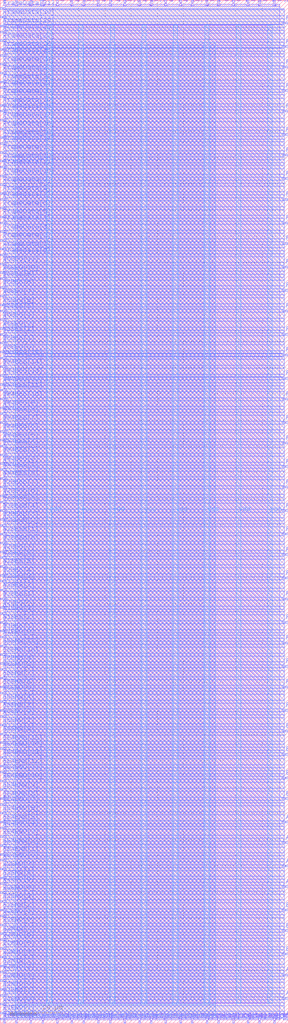
<source format=lef>
VERSION 5.7 ;
  NOWIREEXTENSIONATPIN ON ;
  DIVIDERCHAR "/" ;
  BUSBITCHARS "[]" ;
MACRO E_IO
  CLASS BLOCK ;
  FOREIGN E_IO ;
  ORIGIN 0.000 0.000 ;
  SIZE 110.000 BY 390.000 ;
  PIN A_I_top
    DIRECTION OUTPUT TRISTATE ;
    USE SIGNAL ;
    PORT
      LAYER Metal3 ;
        RECT 108.000 1.400 110.000 1.960 ;
    END
  END A_I_top
  PIN A_O_top
    DIRECTION INPUT ;
    USE SIGNAL ;
    PORT
      LAYER Metal3 ;
        RECT 108.000 18.200 110.000 18.760 ;
    END
  END A_O_top
  PIN A_T_top
    DIRECTION OUTPUT TRISTATE ;
    USE SIGNAL ;
    PORT
      LAYER Metal3 ;
        RECT 108.000 9.240 110.000 9.800 ;
    END
  END A_T_top
  PIN A_config_C_bit0
    DIRECTION OUTPUT TRISTATE ;
    USE SIGNAL ;
    PORT
      LAYER Metal3 ;
        RECT 108.000 51.800 110.000 52.360 ;
    END
  END A_config_C_bit0
  PIN A_config_C_bit1
    DIRECTION OUTPUT TRISTATE ;
    USE SIGNAL ;
    PORT
      LAYER Metal3 ;
        RECT 108.000 59.640 110.000 60.200 ;
    END
  END A_config_C_bit1
  PIN A_config_C_bit2
    DIRECTION OUTPUT TRISTATE ;
    USE SIGNAL ;
    PORT
      LAYER Metal3 ;
        RECT 108.000 68.600 110.000 69.160 ;
    END
  END A_config_C_bit2
  PIN A_config_C_bit3
    DIRECTION OUTPUT TRISTATE ;
    USE SIGNAL ;
    PORT
      LAYER Metal3 ;
        RECT 108.000 76.440 110.000 77.000 ;
    END
  END A_config_C_bit3
  PIN B_I_top
    DIRECTION OUTPUT TRISTATE ;
    USE SIGNAL ;
    PORT
      LAYER Metal3 ;
        RECT 108.000 26.040 110.000 26.600 ;
    END
  END B_I_top
  PIN B_O_top
    DIRECTION INPUT ;
    USE SIGNAL ;
    PORT
      LAYER Metal3 ;
        RECT 108.000 42.840 110.000 43.400 ;
    END
  END B_O_top
  PIN B_T_top
    DIRECTION OUTPUT TRISTATE ;
    USE SIGNAL ;
    PORT
      LAYER Metal3 ;
        RECT 108.000 35.000 110.000 35.560 ;
    END
  END B_T_top
  PIN B_config_C_bit0
    DIRECTION OUTPUT TRISTATE ;
    USE SIGNAL ;
    PORT
      LAYER Metal3 ;
        RECT 108.000 85.400 110.000 85.960 ;
    END
  END B_config_C_bit0
  PIN B_config_C_bit1
    DIRECTION OUTPUT TRISTATE ;
    USE SIGNAL ;
    PORT
      LAYER Metal3 ;
        RECT 108.000 93.240 110.000 93.800 ;
    END
  END B_config_C_bit1
  PIN B_config_C_bit2
    DIRECTION OUTPUT TRISTATE ;
    USE SIGNAL ;
    PORT
      LAYER Metal3 ;
        RECT 108.000 102.200 110.000 102.760 ;
    END
  END B_config_C_bit2
  PIN B_config_C_bit3
    DIRECTION OUTPUT TRISTATE ;
    USE SIGNAL ;
    PORT
      LAYER Metal3 ;
        RECT 108.000 111.160 110.000 111.720 ;
    END
  END B_config_C_bit3
  PIN E1END[0]
    DIRECTION INPUT ;
    USE SIGNAL ;
    PORT
      LAYER Metal3 ;
        RECT 0.000 1.400 2.000 1.960 ;
    END
  END E1END[0]
  PIN E1END[1]
    DIRECTION INPUT ;
    USE SIGNAL ;
    PORT
      LAYER Metal3 ;
        RECT 0.000 3.640 2.000 4.200 ;
    END
  END E1END[1]
  PIN E1END[2]
    DIRECTION INPUT ;
    USE SIGNAL ;
    PORT
      LAYER Metal3 ;
        RECT 0.000 7.000 2.000 7.560 ;
    END
  END E1END[2]
  PIN E1END[3]
    DIRECTION INPUT ;
    USE SIGNAL ;
    PORT
      LAYER Metal3 ;
        RECT 0.000 10.360 2.000 10.920 ;
    END
  END E1END[3]
  PIN E2END[0]
    DIRECTION INPUT ;
    USE SIGNAL ;
    PORT
      LAYER Metal3 ;
        RECT 0.000 37.240 2.000 37.800 ;
    END
  END E2END[0]
  PIN E2END[1]
    DIRECTION INPUT ;
    USE SIGNAL ;
    PORT
      LAYER Metal3 ;
        RECT 0.000 40.600 2.000 41.160 ;
    END
  END E2END[1]
  PIN E2END[2]
    DIRECTION INPUT ;
    USE SIGNAL ;
    PORT
      LAYER Metal3 ;
        RECT 0.000 42.840 2.000 43.400 ;
    END
  END E2END[2]
  PIN E2END[3]
    DIRECTION INPUT ;
    USE SIGNAL ;
    PORT
      LAYER Metal3 ;
        RECT 0.000 46.200 2.000 46.760 ;
    END
  END E2END[3]
  PIN E2END[4]
    DIRECTION INPUT ;
    USE SIGNAL ;
    PORT
      LAYER Metal3 ;
        RECT 0.000 49.560 2.000 50.120 ;
    END
  END E2END[4]
  PIN E2END[5]
    DIRECTION INPUT ;
    USE SIGNAL ;
    PORT
      LAYER Metal3 ;
        RECT 0.000 52.920 2.000 53.480 ;
    END
  END E2END[5]
  PIN E2END[6]
    DIRECTION INPUT ;
    USE SIGNAL ;
    PORT
      LAYER Metal3 ;
        RECT 0.000 55.160 2.000 55.720 ;
    END
  END E2END[6]
  PIN E2END[7]
    DIRECTION INPUT ;
    USE SIGNAL ;
    PORT
      LAYER Metal3 ;
        RECT 0.000 58.520 2.000 59.080 ;
    END
  END E2END[7]
  PIN E2MID[0]
    DIRECTION INPUT ;
    USE SIGNAL ;
    PORT
      LAYER Metal3 ;
        RECT 0.000 12.600 2.000 13.160 ;
    END
  END E2MID[0]
  PIN E2MID[1]
    DIRECTION INPUT ;
    USE SIGNAL ;
    PORT
      LAYER Metal3 ;
        RECT 0.000 15.960 2.000 16.520 ;
    END
  END E2MID[1]
  PIN E2MID[2]
    DIRECTION INPUT ;
    USE SIGNAL ;
    PORT
      LAYER Metal3 ;
        RECT 0.000 19.320 2.000 19.880 ;
    END
  END E2MID[2]
  PIN E2MID[3]
    DIRECTION INPUT ;
    USE SIGNAL ;
    PORT
      LAYER Metal3 ;
        RECT 0.000 21.560 2.000 22.120 ;
    END
  END E2MID[3]
  PIN E2MID[4]
    DIRECTION INPUT ;
    USE SIGNAL ;
    PORT
      LAYER Metal3 ;
        RECT 0.000 24.920 2.000 25.480 ;
    END
  END E2MID[4]
  PIN E2MID[5]
    DIRECTION INPUT ;
    USE SIGNAL ;
    PORT
      LAYER Metal3 ;
        RECT 0.000 28.280 2.000 28.840 ;
    END
  END E2MID[5]
  PIN E2MID[6]
    DIRECTION INPUT ;
    USE SIGNAL ;
    PORT
      LAYER Metal3 ;
        RECT 0.000 31.640 2.000 32.200 ;
    END
  END E2MID[6]
  PIN E2MID[7]
    DIRECTION INPUT ;
    USE SIGNAL ;
    PORT
      LAYER Metal3 ;
        RECT 0.000 33.880 2.000 34.440 ;
    END
  END E2MID[7]
  PIN E6END[0]
    DIRECTION INPUT ;
    USE SIGNAL ;
    PORT
      LAYER Metal3 ;
        RECT 0.000 110.040 2.000 110.600 ;
    END
  END E6END[0]
  PIN E6END[10]
    DIRECTION INPUT ;
    USE SIGNAL ;
    PORT
      LAYER Metal3 ;
        RECT 0.000 140.280 2.000 140.840 ;
    END
  END E6END[10]
  PIN E6END[11]
    DIRECTION INPUT ;
    USE SIGNAL ;
    PORT
      LAYER Metal3 ;
        RECT 0.000 143.640 2.000 144.200 ;
    END
  END E6END[11]
  PIN E6END[1]
    DIRECTION INPUT ;
    USE SIGNAL ;
    PORT
      LAYER Metal3 ;
        RECT 0.000 113.400 2.000 113.960 ;
    END
  END E6END[1]
  PIN E6END[2]
    DIRECTION INPUT ;
    USE SIGNAL ;
    PORT
      LAYER Metal3 ;
        RECT 0.000 116.760 2.000 117.320 ;
    END
  END E6END[2]
  PIN E6END[3]
    DIRECTION INPUT ;
    USE SIGNAL ;
    PORT
      LAYER Metal3 ;
        RECT 0.000 119.000 2.000 119.560 ;
    END
  END E6END[3]
  PIN E6END[4]
    DIRECTION INPUT ;
    USE SIGNAL ;
    PORT
      LAYER Metal3 ;
        RECT 0.000 122.360 2.000 122.920 ;
    END
  END E6END[4]
  PIN E6END[5]
    DIRECTION INPUT ;
    USE SIGNAL ;
    PORT
      LAYER Metal3 ;
        RECT 0.000 125.720 2.000 126.280 ;
    END
  END E6END[5]
  PIN E6END[6]
    DIRECTION INPUT ;
    USE SIGNAL ;
    PORT
      LAYER Metal3 ;
        RECT 0.000 127.960 2.000 128.520 ;
    END
  END E6END[6]
  PIN E6END[7]
    DIRECTION INPUT ;
    USE SIGNAL ;
    PORT
      LAYER Metal3 ;
        RECT 0.000 131.320 2.000 131.880 ;
    END
  END E6END[7]
  PIN E6END[8]
    DIRECTION INPUT ;
    USE SIGNAL ;
    PORT
      LAYER Metal3 ;
        RECT 0.000 134.680 2.000 135.240 ;
    END
  END E6END[8]
  PIN E6END[9]
    DIRECTION INPUT ;
    USE SIGNAL ;
    PORT
      LAYER Metal3 ;
        RECT 0.000 136.920 2.000 137.480 ;
    END
  END E6END[9]
  PIN EE4END[0]
    DIRECTION INPUT ;
    USE SIGNAL ;
    PORT
      LAYER Metal3 ;
        RECT 0.000 61.880 2.000 62.440 ;
    END
  END EE4END[0]
  PIN EE4END[10]
    DIRECTION INPUT ;
    USE SIGNAL ;
    PORT
      LAYER Metal3 ;
        RECT 0.000 92.120 2.000 92.680 ;
    END
  END EE4END[10]
  PIN EE4END[11]
    DIRECTION INPUT ;
    USE SIGNAL ;
    PORT
      LAYER Metal3 ;
        RECT 0.000 95.480 2.000 96.040 ;
    END
  END EE4END[11]
  PIN EE4END[12]
    DIRECTION INPUT ;
    USE SIGNAL ;
    PORT
      LAYER Metal3 ;
        RECT 0.000 97.720 2.000 98.280 ;
    END
  END EE4END[12]
  PIN EE4END[13]
    DIRECTION INPUT ;
    USE SIGNAL ;
    PORT
      LAYER Metal3 ;
        RECT 0.000 101.080 2.000 101.640 ;
    END
  END EE4END[13]
  PIN EE4END[14]
    DIRECTION INPUT ;
    USE SIGNAL ;
    PORT
      LAYER Metal3 ;
        RECT 0.000 104.440 2.000 105.000 ;
    END
  END EE4END[14]
  PIN EE4END[15]
    DIRECTION INPUT ;
    USE SIGNAL ;
    PORT
      LAYER Metal3 ;
        RECT 0.000 106.680 2.000 107.240 ;
    END
  END EE4END[15]
  PIN EE4END[1]
    DIRECTION INPUT ;
    USE SIGNAL ;
    PORT
      LAYER Metal3 ;
        RECT 0.000 64.120 2.000 64.680 ;
    END
  END EE4END[1]
  PIN EE4END[2]
    DIRECTION INPUT ;
    USE SIGNAL ;
    PORT
      LAYER Metal3 ;
        RECT 0.000 67.480 2.000 68.040 ;
    END
  END EE4END[2]
  PIN EE4END[3]
    DIRECTION INPUT ;
    USE SIGNAL ;
    PORT
      LAYER Metal3 ;
        RECT 0.000 70.840 2.000 71.400 ;
    END
  END EE4END[3]
  PIN EE4END[4]
    DIRECTION INPUT ;
    USE SIGNAL ;
    PORT
      LAYER Metal3 ;
        RECT 0.000 74.200 2.000 74.760 ;
    END
  END EE4END[4]
  PIN EE4END[5]
    DIRECTION INPUT ;
    USE SIGNAL ;
    PORT
      LAYER Metal3 ;
        RECT 0.000 76.440 2.000 77.000 ;
    END
  END EE4END[5]
  PIN EE4END[6]
    DIRECTION INPUT ;
    USE SIGNAL ;
    PORT
      LAYER Metal3 ;
        RECT 0.000 79.800 2.000 80.360 ;
    END
  END EE4END[6]
  PIN EE4END[7]
    DIRECTION INPUT ;
    USE SIGNAL ;
    PORT
      LAYER Metal3 ;
        RECT 0.000 83.160 2.000 83.720 ;
    END
  END EE4END[7]
  PIN EE4END[8]
    DIRECTION INPUT ;
    USE SIGNAL ;
    PORT
      LAYER Metal3 ;
        RECT 0.000 85.400 2.000 85.960 ;
    END
  END EE4END[8]
  PIN EE4END[9]
    DIRECTION INPUT ;
    USE SIGNAL ;
    PORT
      LAYER Metal3 ;
        RECT 0.000 88.760 2.000 89.320 ;
    END
  END EE4END[9]
  PIN FrameData[0]
    DIRECTION INPUT ;
    USE SIGNAL ;
    PORT
      LAYER Metal3 ;
        RECT 0.000 292.600 2.000 293.160 ;
    END
  END FrameData[0]
  PIN FrameData[10]
    DIRECTION INPUT ;
    USE SIGNAL ;
    PORT
      LAYER Metal3 ;
        RECT 0.000 322.840 2.000 323.400 ;
    END
  END FrameData[10]
  PIN FrameData[11]
    DIRECTION INPUT ;
    USE SIGNAL ;
    PORT
      LAYER Metal3 ;
        RECT 0.000 326.200 2.000 326.760 ;
    END
  END FrameData[11]
  PIN FrameData[12]
    DIRECTION INPUT ;
    USE SIGNAL ;
    PORT
      LAYER Metal3 ;
        RECT 0.000 328.440 2.000 329.000 ;
    END
  END FrameData[12]
  PIN FrameData[13]
    DIRECTION INPUT ;
    USE SIGNAL ;
    PORT
      LAYER Metal3 ;
        RECT 0.000 331.800 2.000 332.360 ;
    END
  END FrameData[13]
  PIN FrameData[14]
    DIRECTION INPUT ;
    USE SIGNAL ;
    PORT
      LAYER Metal3 ;
        RECT 0.000 335.160 2.000 335.720 ;
    END
  END FrameData[14]
  PIN FrameData[15]
    DIRECTION INPUT ;
    USE SIGNAL ;
    PORT
      LAYER Metal3 ;
        RECT 0.000 337.400 2.000 337.960 ;
    END
  END FrameData[15]
  PIN FrameData[16]
    DIRECTION INPUT ;
    USE SIGNAL ;
    PORT
      LAYER Metal3 ;
        RECT 0.000 340.760 2.000 341.320 ;
    END
  END FrameData[16]
  PIN FrameData[17]
    DIRECTION INPUT ;
    USE SIGNAL ;
    PORT
      LAYER Metal3 ;
        RECT 0.000 344.120 2.000 344.680 ;
    END
  END FrameData[17]
  PIN FrameData[18]
    DIRECTION INPUT ;
    USE SIGNAL ;
    PORT
      LAYER Metal3 ;
        RECT 0.000 347.480 2.000 348.040 ;
    END
  END FrameData[18]
  PIN FrameData[19]
    DIRECTION INPUT ;
    USE SIGNAL ;
    PORT
      LAYER Metal3 ;
        RECT 0.000 349.720 2.000 350.280 ;
    END
  END FrameData[19]
  PIN FrameData[1]
    DIRECTION INPUT ;
    USE SIGNAL ;
    PORT
      LAYER Metal3 ;
        RECT 0.000 294.840 2.000 295.400 ;
    END
  END FrameData[1]
  PIN FrameData[20]
    DIRECTION INPUT ;
    USE SIGNAL ;
    PORT
      LAYER Metal3 ;
        RECT 0.000 353.080 2.000 353.640 ;
    END
  END FrameData[20]
  PIN FrameData[21]
    DIRECTION INPUT ;
    USE SIGNAL ;
    PORT
      LAYER Metal3 ;
        RECT 0.000 356.440 2.000 357.000 ;
    END
  END FrameData[21]
  PIN FrameData[22]
    DIRECTION INPUT ;
    USE SIGNAL ;
    PORT
      LAYER Metal3 ;
        RECT 0.000 358.680 2.000 359.240 ;
    END
  END FrameData[22]
  PIN FrameData[23]
    DIRECTION INPUT ;
    USE SIGNAL ;
    PORT
      LAYER Metal3 ;
        RECT 0.000 362.040 2.000 362.600 ;
    END
  END FrameData[23]
  PIN FrameData[24]
    DIRECTION INPUT ;
    USE SIGNAL ;
    PORT
      LAYER Metal3 ;
        RECT 0.000 365.400 2.000 365.960 ;
    END
  END FrameData[24]
  PIN FrameData[25]
    DIRECTION INPUT ;
    USE SIGNAL ;
    PORT
      LAYER Metal3 ;
        RECT 0.000 368.760 2.000 369.320 ;
    END
  END FrameData[25]
  PIN FrameData[26]
    DIRECTION INPUT ;
    USE SIGNAL ;
    PORT
      LAYER Metal3 ;
        RECT 0.000 371.000 2.000 371.560 ;
    END
  END FrameData[26]
  PIN FrameData[27]
    DIRECTION INPUT ;
    USE SIGNAL ;
    PORT
      LAYER Metal3 ;
        RECT 0.000 374.360 2.000 374.920 ;
    END
  END FrameData[27]
  PIN FrameData[28]
    DIRECTION INPUT ;
    USE SIGNAL ;
    PORT
      LAYER Metal3 ;
        RECT 0.000 377.720 2.000 378.280 ;
    END
  END FrameData[28]
  PIN FrameData[29]
    DIRECTION INPUT ;
    USE SIGNAL ;
    PORT
      LAYER Metal3 ;
        RECT 0.000 379.960 2.000 380.520 ;
    END
  END FrameData[29]
  PIN FrameData[2]
    DIRECTION INPUT ;
    USE SIGNAL ;
    PORT
      LAYER Metal3 ;
        RECT 0.000 298.200 2.000 298.760 ;
    END
  END FrameData[2]
  PIN FrameData[30]
    DIRECTION INPUT ;
    USE SIGNAL ;
    PORT
      LAYER Metal3 ;
        RECT 0.000 383.320 2.000 383.880 ;
    END
  END FrameData[30]
  PIN FrameData[31]
    DIRECTION INPUT ;
    USE SIGNAL ;
    PORT
      LAYER Metal3 ;
        RECT 0.000 386.680 2.000 387.240 ;
    END
  END FrameData[31]
  PIN FrameData[3]
    DIRECTION INPUT ;
    USE SIGNAL ;
    PORT
      LAYER Metal3 ;
        RECT 0.000 301.560 2.000 302.120 ;
    END
  END FrameData[3]
  PIN FrameData[4]
    DIRECTION INPUT ;
    USE SIGNAL ;
    PORT
      LAYER Metal3 ;
        RECT 0.000 304.920 2.000 305.480 ;
    END
  END FrameData[4]
  PIN FrameData[5]
    DIRECTION INPUT ;
    USE SIGNAL ;
    PORT
      LAYER Metal3 ;
        RECT 0.000 307.160 2.000 307.720 ;
    END
  END FrameData[5]
  PIN FrameData[6]
    DIRECTION INPUT ;
    USE SIGNAL ;
    PORT
      LAYER Metal3 ;
        RECT 0.000 310.520 2.000 311.080 ;
    END
  END FrameData[6]
  PIN FrameData[7]
    DIRECTION INPUT ;
    USE SIGNAL ;
    PORT
      LAYER Metal3 ;
        RECT 0.000 313.880 2.000 314.440 ;
    END
  END FrameData[7]
  PIN FrameData[8]
    DIRECTION INPUT ;
    USE SIGNAL ;
    PORT
      LAYER Metal3 ;
        RECT 0.000 316.120 2.000 316.680 ;
    END
  END FrameData[8]
  PIN FrameData[9]
    DIRECTION INPUT ;
    USE SIGNAL ;
    PORT
      LAYER Metal3 ;
        RECT 0.000 319.480 2.000 320.040 ;
    END
  END FrameData[9]
  PIN FrameData_O[0]
    DIRECTION OUTPUT TRISTATE ;
    USE SIGNAL ;
    PORT
      LAYER Metal3 ;
        RECT 108.000 119.000 110.000 119.560 ;
    END
  END FrameData_O[0]
  PIN FrameData_O[10]
    DIRECTION OUTPUT TRISTATE ;
    USE SIGNAL ;
    PORT
      LAYER Metal3 ;
        RECT 108.000 204.120 110.000 204.680 ;
    END
  END FrameData_O[10]
  PIN FrameData_O[11]
    DIRECTION OUTPUT TRISTATE ;
    USE SIGNAL ;
    PORT
      LAYER Metal3 ;
        RECT 108.000 211.960 110.000 212.520 ;
    END
  END FrameData_O[11]
  PIN FrameData_O[12]
    DIRECTION OUTPUT TRISTATE ;
    USE SIGNAL ;
    PORT
      LAYER Metal3 ;
        RECT 108.000 220.920 110.000 221.480 ;
    END
  END FrameData_O[12]
  PIN FrameData_O[13]
    DIRECTION OUTPUT TRISTATE ;
    USE SIGNAL ;
    PORT
      LAYER Metal3 ;
        RECT 108.000 228.760 110.000 229.320 ;
    END
  END FrameData_O[13]
  PIN FrameData_O[14]
    DIRECTION OUTPUT TRISTATE ;
    USE SIGNAL ;
    PORT
      LAYER Metal3 ;
        RECT 108.000 237.720 110.000 238.280 ;
    END
  END FrameData_O[14]
  PIN FrameData_O[15]
    DIRECTION OUTPUT TRISTATE ;
    USE SIGNAL ;
    PORT
      LAYER Metal3 ;
        RECT 108.000 245.560 110.000 246.120 ;
    END
  END FrameData_O[15]
  PIN FrameData_O[16]
    DIRECTION OUTPUT TRISTATE ;
    USE SIGNAL ;
    PORT
      LAYER Metal3 ;
        RECT 108.000 254.520 110.000 255.080 ;
    END
  END FrameData_O[16]
  PIN FrameData_O[17]
    DIRECTION OUTPUT TRISTATE ;
    USE SIGNAL ;
    PORT
      LAYER Metal3 ;
        RECT 108.000 262.360 110.000 262.920 ;
    END
  END FrameData_O[17]
  PIN FrameData_O[18]
    DIRECTION OUTPUT TRISTATE ;
    USE SIGNAL ;
    PORT
      LAYER Metal3 ;
        RECT 108.000 271.320 110.000 271.880 ;
    END
  END FrameData_O[18]
  PIN FrameData_O[19]
    DIRECTION OUTPUT TRISTATE ;
    USE SIGNAL ;
    PORT
      LAYER Metal3 ;
        RECT 108.000 279.160 110.000 279.720 ;
    END
  END FrameData_O[19]
  PIN FrameData_O[1]
    DIRECTION OUTPUT TRISTATE ;
    USE SIGNAL ;
    PORT
      LAYER Metal3 ;
        RECT 108.000 127.960 110.000 128.520 ;
    END
  END FrameData_O[1]
  PIN FrameData_O[20]
    DIRECTION OUTPUT TRISTATE ;
    USE SIGNAL ;
    PORT
      LAYER Metal3 ;
        RECT 108.000 288.120 110.000 288.680 ;
    END
  END FrameData_O[20]
  PIN FrameData_O[21]
    DIRECTION OUTPUT TRISTATE ;
    USE SIGNAL ;
    PORT
      LAYER Metal3 ;
        RECT 108.000 297.080 110.000 297.640 ;
    END
  END FrameData_O[21]
  PIN FrameData_O[22]
    DIRECTION OUTPUT TRISTATE ;
    USE SIGNAL ;
    PORT
      LAYER Metal3 ;
        RECT 108.000 304.920 110.000 305.480 ;
    END
  END FrameData_O[22]
  PIN FrameData_O[23]
    DIRECTION OUTPUT TRISTATE ;
    USE SIGNAL ;
    PORT
      LAYER Metal3 ;
        RECT 108.000 313.880 110.000 314.440 ;
    END
  END FrameData_O[23]
  PIN FrameData_O[24]
    DIRECTION OUTPUT TRISTATE ;
    USE SIGNAL ;
    PORT
      LAYER Metal3 ;
        RECT 108.000 321.720 110.000 322.280 ;
    END
  END FrameData_O[24]
  PIN FrameData_O[25]
    DIRECTION OUTPUT TRISTATE ;
    USE SIGNAL ;
    PORT
      LAYER Metal3 ;
        RECT 108.000 330.680 110.000 331.240 ;
    END
  END FrameData_O[25]
  PIN FrameData_O[26]
    DIRECTION OUTPUT TRISTATE ;
    USE SIGNAL ;
    PORT
      LAYER Metal3 ;
        RECT 108.000 338.520 110.000 339.080 ;
    END
  END FrameData_O[26]
  PIN FrameData_O[27]
    DIRECTION OUTPUT TRISTATE ;
    USE SIGNAL ;
    PORT
      LAYER Metal3 ;
        RECT 108.000 347.480 110.000 348.040 ;
    END
  END FrameData_O[27]
  PIN FrameData_O[28]
    DIRECTION OUTPUT TRISTATE ;
    USE SIGNAL ;
    PORT
      LAYER Metal3 ;
        RECT 108.000 355.320 110.000 355.880 ;
    END
  END FrameData_O[28]
  PIN FrameData_O[29]
    DIRECTION OUTPUT TRISTATE ;
    USE SIGNAL ;
    PORT
      LAYER Metal3 ;
        RECT 108.000 364.280 110.000 364.840 ;
    END
  END FrameData_O[29]
  PIN FrameData_O[2]
    DIRECTION OUTPUT TRISTATE ;
    USE SIGNAL ;
    PORT
      LAYER Metal3 ;
        RECT 108.000 135.800 110.000 136.360 ;
    END
  END FrameData_O[2]
  PIN FrameData_O[30]
    DIRECTION OUTPUT TRISTATE ;
    USE SIGNAL ;
    PORT
      LAYER Metal3 ;
        RECT 108.000 372.120 110.000 372.680 ;
    END
  END FrameData_O[30]
  PIN FrameData_O[31]
    DIRECTION OUTPUT TRISTATE ;
    USE SIGNAL ;
    PORT
      LAYER Metal3 ;
        RECT 108.000 381.080 110.000 381.640 ;
    END
  END FrameData_O[31]
  PIN FrameData_O[3]
    DIRECTION OUTPUT TRISTATE ;
    USE SIGNAL ;
    PORT
      LAYER Metal3 ;
        RECT 108.000 144.760 110.000 145.320 ;
    END
  END FrameData_O[3]
  PIN FrameData_O[4]
    DIRECTION OUTPUT TRISTATE ;
    USE SIGNAL ;
    PORT
      LAYER Metal3 ;
        RECT 108.000 152.600 110.000 153.160 ;
    END
  END FrameData_O[4]
  PIN FrameData_O[5]
    DIRECTION OUTPUT TRISTATE ;
    USE SIGNAL ;
    PORT
      LAYER Metal3 ;
        RECT 108.000 161.560 110.000 162.120 ;
    END
  END FrameData_O[5]
  PIN FrameData_O[6]
    DIRECTION OUTPUT TRISTATE ;
    USE SIGNAL ;
    PORT
      LAYER Metal3 ;
        RECT 108.000 169.400 110.000 169.960 ;
    END
  END FrameData_O[6]
  PIN FrameData_O[7]
    DIRECTION OUTPUT TRISTATE ;
    USE SIGNAL ;
    PORT
      LAYER Metal3 ;
        RECT 108.000 178.360 110.000 178.920 ;
    END
  END FrameData_O[7]
  PIN FrameData_O[8]
    DIRECTION OUTPUT TRISTATE ;
    USE SIGNAL ;
    PORT
      LAYER Metal3 ;
        RECT 108.000 186.200 110.000 186.760 ;
    END
  END FrameData_O[8]
  PIN FrameData_O[9]
    DIRECTION OUTPUT TRISTATE ;
    USE SIGNAL ;
    PORT
      LAYER Metal3 ;
        RECT 108.000 195.160 110.000 195.720 ;
    END
  END FrameData_O[9]
  PIN FrameStrobe[0]
    DIRECTION INPUT ;
    USE SIGNAL ;
    PORT
      LAYER Metal2 ;
        RECT 5.880 0.000 6.440 2.000 ;
    END
  END FrameStrobe[0]
  PIN FrameStrobe[10]
    DIRECTION INPUT ;
    USE SIGNAL ;
    PORT
      LAYER Metal2 ;
        RECT 57.400 0.000 57.960 2.000 ;
    END
  END FrameStrobe[10]
  PIN FrameStrobe[11]
    DIRECTION INPUT ;
    USE SIGNAL ;
    PORT
      LAYER Metal2 ;
        RECT 63.000 0.000 63.560 2.000 ;
    END
  END FrameStrobe[11]
  PIN FrameStrobe[12]
    DIRECTION INPUT ;
    USE SIGNAL ;
    PORT
      LAYER Metal2 ;
        RECT 68.600 0.000 69.160 2.000 ;
    END
  END FrameStrobe[12]
  PIN FrameStrobe[13]
    DIRECTION INPUT ;
    USE SIGNAL ;
    PORT
      LAYER Metal2 ;
        RECT 73.080 0.000 73.640 2.000 ;
    END
  END FrameStrobe[13]
  PIN FrameStrobe[14]
    DIRECTION INPUT ;
    USE SIGNAL ;
    PORT
      LAYER Metal2 ;
        RECT 78.680 0.000 79.240 2.000 ;
    END
  END FrameStrobe[14]
  PIN FrameStrobe[15]
    DIRECTION INPUT ;
    USE SIGNAL ;
    PORT
      LAYER Metal2 ;
        RECT 83.160 0.000 83.720 2.000 ;
    END
  END FrameStrobe[15]
  PIN FrameStrobe[16]
    DIRECTION INPUT ;
    USE SIGNAL ;
    PORT
      LAYER Metal2 ;
        RECT 88.760 0.000 89.320 2.000 ;
    END
  END FrameStrobe[16]
  PIN FrameStrobe[17]
    DIRECTION INPUT ;
    USE SIGNAL ;
    PORT
      LAYER Metal2 ;
        RECT 94.360 0.000 94.920 2.000 ;
    END
  END FrameStrobe[17]
  PIN FrameStrobe[18]
    DIRECTION INPUT ;
    USE SIGNAL ;
    PORT
      LAYER Metal2 ;
        RECT 98.840 0.000 99.400 2.000 ;
    END
  END FrameStrobe[18]
  PIN FrameStrobe[19]
    DIRECTION INPUT ;
    USE SIGNAL ;
    PORT
      LAYER Metal2 ;
        RECT 104.440 0.000 105.000 2.000 ;
    END
  END FrameStrobe[19]
  PIN FrameStrobe[1]
    DIRECTION INPUT ;
    USE SIGNAL ;
    PORT
      LAYER Metal2 ;
        RECT 11.480 0.000 12.040 2.000 ;
    END
  END FrameStrobe[1]
  PIN FrameStrobe[2]
    DIRECTION INPUT ;
    USE SIGNAL ;
    PORT
      LAYER Metal2 ;
        RECT 15.960 0.000 16.520 2.000 ;
    END
  END FrameStrobe[2]
  PIN FrameStrobe[3]
    DIRECTION INPUT ;
    USE SIGNAL ;
    PORT
      LAYER Metal2 ;
        RECT 21.560 0.000 22.120 2.000 ;
    END
  END FrameStrobe[3]
  PIN FrameStrobe[4]
    DIRECTION INPUT ;
    USE SIGNAL ;
    PORT
      LAYER Metal2 ;
        RECT 27.160 0.000 27.720 2.000 ;
    END
  END FrameStrobe[4]
  PIN FrameStrobe[5]
    DIRECTION INPUT ;
    USE SIGNAL ;
    PORT
      LAYER Metal2 ;
        RECT 31.640 0.000 32.200 2.000 ;
    END
  END FrameStrobe[5]
  PIN FrameStrobe[6]
    DIRECTION INPUT ;
    USE SIGNAL ;
    PORT
      LAYER Metal2 ;
        RECT 37.240 0.000 37.800 2.000 ;
    END
  END FrameStrobe[6]
  PIN FrameStrobe[7]
    DIRECTION INPUT ;
    USE SIGNAL ;
    PORT
      LAYER Metal2 ;
        RECT 41.720 0.000 42.280 2.000 ;
    END
  END FrameStrobe[7]
  PIN FrameStrobe[8]
    DIRECTION INPUT ;
    USE SIGNAL ;
    PORT
      LAYER Metal2 ;
        RECT 47.320 0.000 47.880 2.000 ;
    END
  END FrameStrobe[8]
  PIN FrameStrobe[9]
    DIRECTION INPUT ;
    USE SIGNAL ;
    PORT
      LAYER Metal2 ;
        RECT 52.920 0.000 53.480 2.000 ;
    END
  END FrameStrobe[9]
  PIN FrameStrobe_O[0]
    DIRECTION OUTPUT TRISTATE ;
    USE SIGNAL ;
    PORT
      LAYER Metal2 ;
        RECT 5.880 388.000 6.440 390.000 ;
    END
  END FrameStrobe_O[0]
  PIN FrameStrobe_O[10]
    DIRECTION OUTPUT TRISTATE ;
    USE SIGNAL ;
    PORT
      LAYER Metal2 ;
        RECT 57.400 388.000 57.960 390.000 ;
    END
  END FrameStrobe_O[10]
  PIN FrameStrobe_O[11]
    DIRECTION OUTPUT TRISTATE ;
    USE SIGNAL ;
    PORT
      LAYER Metal2 ;
        RECT 63.000 388.000 63.560 390.000 ;
    END
  END FrameStrobe_O[11]
  PIN FrameStrobe_O[12]
    DIRECTION OUTPUT TRISTATE ;
    USE SIGNAL ;
    PORT
      LAYER Metal2 ;
        RECT 68.600 388.000 69.160 390.000 ;
    END
  END FrameStrobe_O[12]
  PIN FrameStrobe_O[13]
    DIRECTION OUTPUT TRISTATE ;
    USE SIGNAL ;
    PORT
      LAYER Metal2 ;
        RECT 73.080 388.000 73.640 390.000 ;
    END
  END FrameStrobe_O[13]
  PIN FrameStrobe_O[14]
    DIRECTION OUTPUT TRISTATE ;
    USE SIGNAL ;
    PORT
      LAYER Metal2 ;
        RECT 78.680 388.000 79.240 390.000 ;
    END
  END FrameStrobe_O[14]
  PIN FrameStrobe_O[15]
    DIRECTION OUTPUT TRISTATE ;
    USE SIGNAL ;
    PORT
      LAYER Metal2 ;
        RECT 83.160 388.000 83.720 390.000 ;
    END
  END FrameStrobe_O[15]
  PIN FrameStrobe_O[16]
    DIRECTION OUTPUT TRISTATE ;
    USE SIGNAL ;
    PORT
      LAYER Metal2 ;
        RECT 88.760 388.000 89.320 390.000 ;
    END
  END FrameStrobe_O[16]
  PIN FrameStrobe_O[17]
    DIRECTION OUTPUT TRISTATE ;
    USE SIGNAL ;
    PORT
      LAYER Metal2 ;
        RECT 94.360 388.000 94.920 390.000 ;
    END
  END FrameStrobe_O[17]
  PIN FrameStrobe_O[18]
    DIRECTION OUTPUT TRISTATE ;
    USE SIGNAL ;
    PORT
      LAYER Metal2 ;
        RECT 98.840 388.000 99.400 390.000 ;
    END
  END FrameStrobe_O[18]
  PIN FrameStrobe_O[19]
    DIRECTION OUTPUT TRISTATE ;
    USE SIGNAL ;
    PORT
      LAYER Metal2 ;
        RECT 104.440 388.000 105.000 390.000 ;
    END
  END FrameStrobe_O[19]
  PIN FrameStrobe_O[1]
    DIRECTION OUTPUT TRISTATE ;
    USE SIGNAL ;
    PORT
      LAYER Metal2 ;
        RECT 11.480 388.000 12.040 390.000 ;
    END
  END FrameStrobe_O[1]
  PIN FrameStrobe_O[2]
    DIRECTION OUTPUT TRISTATE ;
    USE SIGNAL ;
    PORT
      LAYER Metal2 ;
        RECT 15.960 388.000 16.520 390.000 ;
    END
  END FrameStrobe_O[2]
  PIN FrameStrobe_O[3]
    DIRECTION OUTPUT TRISTATE ;
    USE SIGNAL ;
    PORT
      LAYER Metal2 ;
        RECT 21.560 388.000 22.120 390.000 ;
    END
  END FrameStrobe_O[3]
  PIN FrameStrobe_O[4]
    DIRECTION OUTPUT TRISTATE ;
    USE SIGNAL ;
    PORT
      LAYER Metal2 ;
        RECT 27.160 388.000 27.720 390.000 ;
    END
  END FrameStrobe_O[4]
  PIN FrameStrobe_O[5]
    DIRECTION OUTPUT TRISTATE ;
    USE SIGNAL ;
    PORT
      LAYER Metal2 ;
        RECT 31.640 388.000 32.200 390.000 ;
    END
  END FrameStrobe_O[5]
  PIN FrameStrobe_O[6]
    DIRECTION OUTPUT TRISTATE ;
    USE SIGNAL ;
    PORT
      LAYER Metal2 ;
        RECT 37.240 388.000 37.800 390.000 ;
    END
  END FrameStrobe_O[6]
  PIN FrameStrobe_O[7]
    DIRECTION OUTPUT TRISTATE ;
    USE SIGNAL ;
    PORT
      LAYER Metal2 ;
        RECT 41.720 388.000 42.280 390.000 ;
    END
  END FrameStrobe_O[7]
  PIN FrameStrobe_O[8]
    DIRECTION OUTPUT TRISTATE ;
    USE SIGNAL ;
    PORT
      LAYER Metal2 ;
        RECT 47.320 388.000 47.880 390.000 ;
    END
  END FrameStrobe_O[8]
  PIN FrameStrobe_O[9]
    DIRECTION OUTPUT TRISTATE ;
    USE SIGNAL ;
    PORT
      LAYER Metal2 ;
        RECT 52.920 388.000 53.480 390.000 ;
    END
  END FrameStrobe_O[9]
  PIN UserCLK
    DIRECTION INPUT ;
    USE SIGNAL ;
    PORT
      LAYER Metal2 ;
        RECT 1.400 0.000 1.960 2.000 ;
    END
  END UserCLK
  PIN UserCLKo
    DIRECTION OUTPUT TRISTATE ;
    USE SIGNAL ;
    PORT
      LAYER Metal2 ;
        RECT 1.400 388.000 1.960 390.000 ;
    END
  END UserCLKo
  PIN W1BEG[0]
    DIRECTION OUTPUT TRISTATE ;
    USE SIGNAL ;
    PORT
      LAYER Metal3 ;
        RECT 0.000 147.000 2.000 147.560 ;
    END
  END W1BEG[0]
  PIN W1BEG[1]
    DIRECTION OUTPUT TRISTATE ;
    USE SIGNAL ;
    PORT
      LAYER Metal3 ;
        RECT 0.000 149.240 2.000 149.800 ;
    END
  END W1BEG[1]
  PIN W1BEG[2]
    DIRECTION OUTPUT TRISTATE ;
    USE SIGNAL ;
    PORT
      LAYER Metal3 ;
        RECT 0.000 152.600 2.000 153.160 ;
    END
  END W1BEG[2]
  PIN W1BEG[3]
    DIRECTION OUTPUT TRISTATE ;
    USE SIGNAL ;
    PORT
      LAYER Metal3 ;
        RECT 0.000 155.960 2.000 156.520 ;
    END
  END W1BEG[3]
  PIN W2BEG[0]
    DIRECTION OUTPUT TRISTATE ;
    USE SIGNAL ;
    PORT
      LAYER Metal3 ;
        RECT 0.000 158.200 2.000 158.760 ;
    END
  END W2BEG[0]
  PIN W2BEG[1]
    DIRECTION OUTPUT TRISTATE ;
    USE SIGNAL ;
    PORT
      LAYER Metal3 ;
        RECT 0.000 161.560 2.000 162.120 ;
    END
  END W2BEG[1]
  PIN W2BEG[2]
    DIRECTION OUTPUT TRISTATE ;
    USE SIGNAL ;
    PORT
      LAYER Metal3 ;
        RECT 0.000 164.920 2.000 165.480 ;
    END
  END W2BEG[2]
  PIN W2BEG[3]
    DIRECTION OUTPUT TRISTATE ;
    USE SIGNAL ;
    PORT
      LAYER Metal3 ;
        RECT 0.000 168.280 2.000 168.840 ;
    END
  END W2BEG[3]
  PIN W2BEG[4]
    DIRECTION OUTPUT TRISTATE ;
    USE SIGNAL ;
    PORT
      LAYER Metal3 ;
        RECT 0.000 170.520 2.000 171.080 ;
    END
  END W2BEG[4]
  PIN W2BEG[5]
    DIRECTION OUTPUT TRISTATE ;
    USE SIGNAL ;
    PORT
      LAYER Metal3 ;
        RECT 0.000 173.880 2.000 174.440 ;
    END
  END W2BEG[5]
  PIN W2BEG[6]
    DIRECTION OUTPUT TRISTATE ;
    USE SIGNAL ;
    PORT
      LAYER Metal3 ;
        RECT 0.000 177.240 2.000 177.800 ;
    END
  END W2BEG[6]
  PIN W2BEG[7]
    DIRECTION OUTPUT TRISTATE ;
    USE SIGNAL ;
    PORT
      LAYER Metal3 ;
        RECT 0.000 179.480 2.000 180.040 ;
    END
  END W2BEG[7]
  PIN W2BEGb[0]
    DIRECTION OUTPUT TRISTATE ;
    USE SIGNAL ;
    PORT
      LAYER Metal3 ;
        RECT 0.000 182.840 2.000 183.400 ;
    END
  END W2BEGb[0]
  PIN W2BEGb[1]
    DIRECTION OUTPUT TRISTATE ;
    USE SIGNAL ;
    PORT
      LAYER Metal3 ;
        RECT 0.000 186.200 2.000 186.760 ;
    END
  END W2BEGb[1]
  PIN W2BEGb[2]
    DIRECTION OUTPUT TRISTATE ;
    USE SIGNAL ;
    PORT
      LAYER Metal3 ;
        RECT 0.000 189.560 2.000 190.120 ;
    END
  END W2BEGb[2]
  PIN W2BEGb[3]
    DIRECTION OUTPUT TRISTATE ;
    USE SIGNAL ;
    PORT
      LAYER Metal3 ;
        RECT 0.000 191.800 2.000 192.360 ;
    END
  END W2BEGb[3]
  PIN W2BEGb[4]
    DIRECTION OUTPUT TRISTATE ;
    USE SIGNAL ;
    PORT
      LAYER Metal3 ;
        RECT 0.000 195.160 2.000 195.720 ;
    END
  END W2BEGb[4]
  PIN W2BEGb[5]
    DIRECTION OUTPUT TRISTATE ;
    USE SIGNAL ;
    PORT
      LAYER Metal3 ;
        RECT 0.000 198.520 2.000 199.080 ;
    END
  END W2BEGb[5]
  PIN W2BEGb[6]
    DIRECTION OUTPUT TRISTATE ;
    USE SIGNAL ;
    PORT
      LAYER Metal3 ;
        RECT 0.000 200.760 2.000 201.320 ;
    END
  END W2BEGb[6]
  PIN W2BEGb[7]
    DIRECTION OUTPUT TRISTATE ;
    USE SIGNAL ;
    PORT
      LAYER Metal3 ;
        RECT 0.000 204.120 2.000 204.680 ;
    END
  END W2BEGb[7]
  PIN W6BEG[0]
    DIRECTION OUTPUT TRISTATE ;
    USE SIGNAL ;
    PORT
      LAYER Metal3 ;
        RECT 0.000 255.640 2.000 256.200 ;
    END
  END W6BEG[0]
  PIN W6BEG[10]
    DIRECTION OUTPUT TRISTATE ;
    USE SIGNAL ;
    PORT
      LAYER Metal3 ;
        RECT 0.000 285.880 2.000 286.440 ;
    END
  END W6BEG[10]
  PIN W6BEG[11]
    DIRECTION OUTPUT TRISTATE ;
    USE SIGNAL ;
    PORT
      LAYER Metal3 ;
        RECT 0.000 289.240 2.000 289.800 ;
    END
  END W6BEG[11]
  PIN W6BEG[1]
    DIRECTION OUTPUT TRISTATE ;
    USE SIGNAL ;
    PORT
      LAYER Metal3 ;
        RECT 0.000 259.000 2.000 259.560 ;
    END
  END W6BEG[1]
  PIN W6BEG[2]
    DIRECTION OUTPUT TRISTATE ;
    USE SIGNAL ;
    PORT
      LAYER Metal3 ;
        RECT 0.000 262.360 2.000 262.920 ;
    END
  END W6BEG[2]
  PIN W6BEG[3]
    DIRECTION OUTPUT TRISTATE ;
    USE SIGNAL ;
    PORT
      LAYER Metal3 ;
        RECT 0.000 264.600 2.000 265.160 ;
    END
  END W6BEG[3]
  PIN W6BEG[4]
    DIRECTION OUTPUT TRISTATE ;
    USE SIGNAL ;
    PORT
      LAYER Metal3 ;
        RECT 0.000 267.960 2.000 268.520 ;
    END
  END W6BEG[4]
  PIN W6BEG[5]
    DIRECTION OUTPUT TRISTATE ;
    USE SIGNAL ;
    PORT
      LAYER Metal3 ;
        RECT 0.000 271.320 2.000 271.880 ;
    END
  END W6BEG[5]
  PIN W6BEG[6]
    DIRECTION OUTPUT TRISTATE ;
    USE SIGNAL ;
    PORT
      LAYER Metal3 ;
        RECT 0.000 273.560 2.000 274.120 ;
    END
  END W6BEG[6]
  PIN W6BEG[7]
    DIRECTION OUTPUT TRISTATE ;
    USE SIGNAL ;
    PORT
      LAYER Metal3 ;
        RECT 0.000 276.920 2.000 277.480 ;
    END
  END W6BEG[7]
  PIN W6BEG[8]
    DIRECTION OUTPUT TRISTATE ;
    USE SIGNAL ;
    PORT
      LAYER Metal3 ;
        RECT 0.000 280.280 2.000 280.840 ;
    END
  END W6BEG[8]
  PIN W6BEG[9]
    DIRECTION OUTPUT TRISTATE ;
    USE SIGNAL ;
    PORT
      LAYER Metal3 ;
        RECT 0.000 283.640 2.000 284.200 ;
    END
  END W6BEG[9]
  PIN WW4BEG[0]
    DIRECTION OUTPUT TRISTATE ;
    USE SIGNAL ;
    PORT
      LAYER Metal3 ;
        RECT 0.000 207.480 2.000 208.040 ;
    END
  END WW4BEG[0]
  PIN WW4BEG[10]
    DIRECTION OUTPUT TRISTATE ;
    USE SIGNAL ;
    PORT
      LAYER Metal3 ;
        RECT 0.000 237.720 2.000 238.280 ;
    END
  END WW4BEG[10]
  PIN WW4BEG[11]
    DIRECTION OUTPUT TRISTATE ;
    USE SIGNAL ;
    PORT
      LAYER Metal3 ;
        RECT 0.000 241.080 2.000 241.640 ;
    END
  END WW4BEG[11]
  PIN WW4BEG[12]
    DIRECTION OUTPUT TRISTATE ;
    USE SIGNAL ;
    PORT
      LAYER Metal3 ;
        RECT 0.000 243.320 2.000 243.880 ;
    END
  END WW4BEG[12]
  PIN WW4BEG[13]
    DIRECTION OUTPUT TRISTATE ;
    USE SIGNAL ;
    PORT
      LAYER Metal3 ;
        RECT 0.000 246.680 2.000 247.240 ;
    END
  END WW4BEG[13]
  PIN WW4BEG[14]
    DIRECTION OUTPUT TRISTATE ;
    USE SIGNAL ;
    PORT
      LAYER Metal3 ;
        RECT 0.000 250.040 2.000 250.600 ;
    END
  END WW4BEG[14]
  PIN WW4BEG[15]
    DIRECTION OUTPUT TRISTATE ;
    USE SIGNAL ;
    PORT
      LAYER Metal3 ;
        RECT 0.000 253.400 2.000 253.960 ;
    END
  END WW4BEG[15]
  PIN WW4BEG[1]
    DIRECTION OUTPUT TRISTATE ;
    USE SIGNAL ;
    PORT
      LAYER Metal3 ;
        RECT 0.000 210.840 2.000 211.400 ;
    END
  END WW4BEG[1]
  PIN WW4BEG[2]
    DIRECTION OUTPUT TRISTATE ;
    USE SIGNAL ;
    PORT
      LAYER Metal3 ;
        RECT 0.000 213.080 2.000 213.640 ;
    END
  END WW4BEG[2]
  PIN WW4BEG[3]
    DIRECTION OUTPUT TRISTATE ;
    USE SIGNAL ;
    PORT
      LAYER Metal3 ;
        RECT 0.000 216.440 2.000 217.000 ;
    END
  END WW4BEG[3]
  PIN WW4BEG[4]
    DIRECTION OUTPUT TRISTATE ;
    USE SIGNAL ;
    PORT
      LAYER Metal3 ;
        RECT 0.000 219.800 2.000 220.360 ;
    END
  END WW4BEG[4]
  PIN WW4BEG[5]
    DIRECTION OUTPUT TRISTATE ;
    USE SIGNAL ;
    PORT
      LAYER Metal3 ;
        RECT 0.000 222.040 2.000 222.600 ;
    END
  END WW4BEG[5]
  PIN WW4BEG[6]
    DIRECTION OUTPUT TRISTATE ;
    USE SIGNAL ;
    PORT
      LAYER Metal3 ;
        RECT 0.000 225.400 2.000 225.960 ;
    END
  END WW4BEG[6]
  PIN WW4BEG[7]
    DIRECTION OUTPUT TRISTATE ;
    USE SIGNAL ;
    PORT
      LAYER Metal3 ;
        RECT 0.000 228.760 2.000 229.320 ;
    END
  END WW4BEG[7]
  PIN WW4BEG[8]
    DIRECTION OUTPUT TRISTATE ;
    USE SIGNAL ;
    PORT
      LAYER Metal3 ;
        RECT 0.000 232.120 2.000 232.680 ;
    END
  END WW4BEG[8]
  PIN WW4BEG[9]
    DIRECTION OUTPUT TRISTATE ;
    USE SIGNAL ;
    PORT
      LAYER Metal3 ;
        RECT 0.000 234.360 2.000 234.920 ;
    END
  END WW4BEG[9]
  PIN vdd
    DIRECTION INOUT ;
    USE POWER ;
    PORT
      LAYER Metal4 ;
        RECT 17.960 7.540 19.560 380.540 ;
    END
    PORT
      LAYER Metal4 ;
        RECT 42.040 7.540 43.640 380.540 ;
    END
    PORT
      LAYER Metal4 ;
        RECT 66.120 7.540 67.720 380.540 ;
    END
    PORT
      LAYER Metal4 ;
        RECT 90.200 7.540 91.800 380.540 ;
    END
  END vdd
  PIN vss
    DIRECTION INOUT ;
    USE GROUND ;
    PORT
      LAYER Metal4 ;
        RECT 30.000 7.540 31.600 380.540 ;
    END
    PORT
      LAYER Metal4 ;
        RECT 54.080 7.540 55.680 380.540 ;
    END
    PORT
      LAYER Metal4 ;
        RECT 78.160 7.540 79.760 380.540 ;
    END
    PORT
      LAYER Metal4 ;
        RECT 102.240 7.540 103.840 380.540 ;
    END
  END vss
  OBS
      LAYER Metal1 ;
        RECT 6.720 7.540 103.840 380.540 ;
      LAYER Metal2 ;
        RECT 2.260 387.700 5.580 388.500 ;
        RECT 6.740 387.700 11.180 388.500 ;
        RECT 12.340 387.700 15.660 388.500 ;
        RECT 16.820 387.700 21.260 388.500 ;
        RECT 22.420 387.700 26.860 388.500 ;
        RECT 28.020 387.700 31.340 388.500 ;
        RECT 32.500 387.700 36.940 388.500 ;
        RECT 38.100 387.700 41.420 388.500 ;
        RECT 42.580 387.700 47.020 388.500 ;
        RECT 48.180 387.700 52.620 388.500 ;
        RECT 53.780 387.700 57.100 388.500 ;
        RECT 58.260 387.700 62.700 388.500 ;
        RECT 63.860 387.700 68.300 388.500 ;
        RECT 69.460 387.700 72.780 388.500 ;
        RECT 73.940 387.700 78.380 388.500 ;
        RECT 79.540 387.700 82.860 388.500 ;
        RECT 84.020 387.700 88.460 388.500 ;
        RECT 89.620 387.700 94.060 388.500 ;
        RECT 95.220 387.700 98.540 388.500 ;
        RECT 99.700 387.700 104.140 388.500 ;
        RECT 105.300 387.700 106.820 388.500 ;
        RECT 1.820 2.300 106.820 387.700 ;
        RECT 2.260 1.260 5.580 2.300 ;
        RECT 6.740 1.260 11.180 2.300 ;
        RECT 12.340 1.260 15.660 2.300 ;
        RECT 16.820 1.260 21.260 2.300 ;
        RECT 22.420 1.260 26.860 2.300 ;
        RECT 28.020 1.260 31.340 2.300 ;
        RECT 32.500 1.260 36.940 2.300 ;
        RECT 38.100 1.260 41.420 2.300 ;
        RECT 42.580 1.260 47.020 2.300 ;
        RECT 48.180 1.260 52.620 2.300 ;
        RECT 53.780 1.260 57.100 2.300 ;
        RECT 58.260 1.260 62.700 2.300 ;
        RECT 63.860 1.260 68.300 2.300 ;
        RECT 69.460 1.260 72.780 2.300 ;
        RECT 73.940 1.260 78.380 2.300 ;
        RECT 79.540 1.260 82.860 2.300 ;
        RECT 84.020 1.260 88.460 2.300 ;
        RECT 89.620 1.260 94.060 2.300 ;
        RECT 95.220 1.260 98.540 2.300 ;
        RECT 99.700 1.260 104.140 2.300 ;
        RECT 105.300 1.260 106.820 2.300 ;
      LAYER Metal3 ;
        RECT 2.300 386.380 108.500 386.820 ;
        RECT 1.260 384.180 108.500 386.380 ;
        RECT 2.300 383.020 108.500 384.180 ;
        RECT 1.260 381.940 108.500 383.020 ;
        RECT 1.260 380.820 107.700 381.940 ;
        RECT 2.300 380.780 107.700 380.820 ;
        RECT 2.300 379.660 108.500 380.780 ;
        RECT 1.260 378.580 108.500 379.660 ;
        RECT 2.300 377.420 108.500 378.580 ;
        RECT 1.260 375.220 108.500 377.420 ;
        RECT 2.300 374.060 108.500 375.220 ;
        RECT 1.260 372.980 108.500 374.060 ;
        RECT 1.260 371.860 107.700 372.980 ;
        RECT 2.300 371.820 107.700 371.860 ;
        RECT 2.300 370.700 108.500 371.820 ;
        RECT 1.260 369.620 108.500 370.700 ;
        RECT 2.300 368.460 108.500 369.620 ;
        RECT 1.260 366.260 108.500 368.460 ;
        RECT 2.300 365.140 108.500 366.260 ;
        RECT 2.300 365.100 107.700 365.140 ;
        RECT 1.260 363.980 107.700 365.100 ;
        RECT 1.260 362.900 108.500 363.980 ;
        RECT 2.300 361.740 108.500 362.900 ;
        RECT 1.260 359.540 108.500 361.740 ;
        RECT 2.300 358.380 108.500 359.540 ;
        RECT 1.260 357.300 108.500 358.380 ;
        RECT 2.300 356.180 108.500 357.300 ;
        RECT 2.300 356.140 107.700 356.180 ;
        RECT 1.260 355.020 107.700 356.140 ;
        RECT 1.260 353.940 108.500 355.020 ;
        RECT 2.300 352.780 108.500 353.940 ;
        RECT 1.260 350.580 108.500 352.780 ;
        RECT 2.300 349.420 108.500 350.580 ;
        RECT 1.260 348.340 108.500 349.420 ;
        RECT 2.300 347.180 107.700 348.340 ;
        RECT 1.260 344.980 108.500 347.180 ;
        RECT 2.300 343.820 108.500 344.980 ;
        RECT 1.260 341.620 108.500 343.820 ;
        RECT 2.300 340.460 108.500 341.620 ;
        RECT 1.260 339.380 108.500 340.460 ;
        RECT 1.260 338.260 107.700 339.380 ;
        RECT 2.300 338.220 107.700 338.260 ;
        RECT 2.300 337.100 108.500 338.220 ;
        RECT 1.260 336.020 108.500 337.100 ;
        RECT 2.300 334.860 108.500 336.020 ;
        RECT 1.260 332.660 108.500 334.860 ;
        RECT 2.300 331.540 108.500 332.660 ;
        RECT 2.300 331.500 107.700 331.540 ;
        RECT 1.260 330.380 107.700 331.500 ;
        RECT 1.260 329.300 108.500 330.380 ;
        RECT 2.300 328.140 108.500 329.300 ;
        RECT 1.260 327.060 108.500 328.140 ;
        RECT 2.300 325.900 108.500 327.060 ;
        RECT 1.260 323.700 108.500 325.900 ;
        RECT 2.300 322.580 108.500 323.700 ;
        RECT 2.300 322.540 107.700 322.580 ;
        RECT 1.260 321.420 107.700 322.540 ;
        RECT 1.260 320.340 108.500 321.420 ;
        RECT 2.300 319.180 108.500 320.340 ;
        RECT 1.260 316.980 108.500 319.180 ;
        RECT 2.300 315.820 108.500 316.980 ;
        RECT 1.260 314.740 108.500 315.820 ;
        RECT 2.300 313.580 107.700 314.740 ;
        RECT 1.260 311.380 108.500 313.580 ;
        RECT 2.300 310.220 108.500 311.380 ;
        RECT 1.260 308.020 108.500 310.220 ;
        RECT 2.300 306.860 108.500 308.020 ;
        RECT 1.260 305.780 108.500 306.860 ;
        RECT 2.300 304.620 107.700 305.780 ;
        RECT 1.260 302.420 108.500 304.620 ;
        RECT 2.300 301.260 108.500 302.420 ;
        RECT 1.260 299.060 108.500 301.260 ;
        RECT 2.300 297.940 108.500 299.060 ;
        RECT 2.300 297.900 107.700 297.940 ;
        RECT 1.260 296.780 107.700 297.900 ;
        RECT 1.260 295.700 108.500 296.780 ;
        RECT 2.300 294.540 108.500 295.700 ;
        RECT 1.260 293.460 108.500 294.540 ;
        RECT 2.300 292.300 108.500 293.460 ;
        RECT 1.260 290.100 108.500 292.300 ;
        RECT 2.300 288.980 108.500 290.100 ;
        RECT 2.300 288.940 107.700 288.980 ;
        RECT 1.260 287.820 107.700 288.940 ;
        RECT 1.260 286.740 108.500 287.820 ;
        RECT 2.300 285.580 108.500 286.740 ;
        RECT 1.260 284.500 108.500 285.580 ;
        RECT 2.300 283.340 108.500 284.500 ;
        RECT 1.260 281.140 108.500 283.340 ;
        RECT 2.300 280.020 108.500 281.140 ;
        RECT 2.300 279.980 107.700 280.020 ;
        RECT 1.260 278.860 107.700 279.980 ;
        RECT 1.260 277.780 108.500 278.860 ;
        RECT 2.300 276.620 108.500 277.780 ;
        RECT 1.260 274.420 108.500 276.620 ;
        RECT 2.300 273.260 108.500 274.420 ;
        RECT 1.260 272.180 108.500 273.260 ;
        RECT 2.300 271.020 107.700 272.180 ;
        RECT 1.260 268.820 108.500 271.020 ;
        RECT 2.300 267.660 108.500 268.820 ;
        RECT 1.260 265.460 108.500 267.660 ;
        RECT 2.300 264.300 108.500 265.460 ;
        RECT 1.260 263.220 108.500 264.300 ;
        RECT 2.300 262.060 107.700 263.220 ;
        RECT 1.260 259.860 108.500 262.060 ;
        RECT 2.300 258.700 108.500 259.860 ;
        RECT 1.260 256.500 108.500 258.700 ;
        RECT 2.300 255.380 108.500 256.500 ;
        RECT 2.300 255.340 107.700 255.380 ;
        RECT 1.260 254.260 107.700 255.340 ;
        RECT 2.300 254.220 107.700 254.260 ;
        RECT 2.300 253.100 108.500 254.220 ;
        RECT 1.260 250.900 108.500 253.100 ;
        RECT 2.300 249.740 108.500 250.900 ;
        RECT 1.260 247.540 108.500 249.740 ;
        RECT 2.300 246.420 108.500 247.540 ;
        RECT 2.300 246.380 107.700 246.420 ;
        RECT 1.260 245.260 107.700 246.380 ;
        RECT 1.260 244.180 108.500 245.260 ;
        RECT 2.300 243.020 108.500 244.180 ;
        RECT 1.260 241.940 108.500 243.020 ;
        RECT 2.300 240.780 108.500 241.940 ;
        RECT 1.260 238.580 108.500 240.780 ;
        RECT 2.300 237.420 107.700 238.580 ;
        RECT 1.260 235.220 108.500 237.420 ;
        RECT 2.300 234.060 108.500 235.220 ;
        RECT 1.260 232.980 108.500 234.060 ;
        RECT 2.300 231.820 108.500 232.980 ;
        RECT 1.260 229.620 108.500 231.820 ;
        RECT 2.300 228.460 107.700 229.620 ;
        RECT 1.260 226.260 108.500 228.460 ;
        RECT 2.300 225.100 108.500 226.260 ;
        RECT 1.260 222.900 108.500 225.100 ;
        RECT 2.300 221.780 108.500 222.900 ;
        RECT 2.300 221.740 107.700 221.780 ;
        RECT 1.260 220.660 107.700 221.740 ;
        RECT 2.300 220.620 107.700 220.660 ;
        RECT 2.300 219.500 108.500 220.620 ;
        RECT 1.260 217.300 108.500 219.500 ;
        RECT 2.300 216.140 108.500 217.300 ;
        RECT 1.260 213.940 108.500 216.140 ;
        RECT 2.300 212.820 108.500 213.940 ;
        RECT 2.300 212.780 107.700 212.820 ;
        RECT 1.260 211.700 107.700 212.780 ;
        RECT 2.300 211.660 107.700 211.700 ;
        RECT 2.300 210.540 108.500 211.660 ;
        RECT 1.260 208.340 108.500 210.540 ;
        RECT 2.300 207.180 108.500 208.340 ;
        RECT 1.260 204.980 108.500 207.180 ;
        RECT 2.300 203.820 107.700 204.980 ;
        RECT 1.260 201.620 108.500 203.820 ;
        RECT 2.300 200.460 108.500 201.620 ;
        RECT 1.260 199.380 108.500 200.460 ;
        RECT 2.300 198.220 108.500 199.380 ;
        RECT 1.260 196.020 108.500 198.220 ;
        RECT 2.300 194.860 107.700 196.020 ;
        RECT 1.260 192.660 108.500 194.860 ;
        RECT 2.300 191.500 108.500 192.660 ;
        RECT 1.260 190.420 108.500 191.500 ;
        RECT 2.300 189.260 108.500 190.420 ;
        RECT 1.260 187.060 108.500 189.260 ;
        RECT 2.300 185.900 107.700 187.060 ;
        RECT 1.260 183.700 108.500 185.900 ;
        RECT 2.300 182.540 108.500 183.700 ;
        RECT 1.260 180.340 108.500 182.540 ;
        RECT 2.300 179.220 108.500 180.340 ;
        RECT 2.300 179.180 107.700 179.220 ;
        RECT 1.260 178.100 107.700 179.180 ;
        RECT 2.300 178.060 107.700 178.100 ;
        RECT 2.300 176.940 108.500 178.060 ;
        RECT 1.260 174.740 108.500 176.940 ;
        RECT 2.300 173.580 108.500 174.740 ;
        RECT 1.260 171.380 108.500 173.580 ;
        RECT 2.300 170.260 108.500 171.380 ;
        RECT 2.300 170.220 107.700 170.260 ;
        RECT 1.260 169.140 107.700 170.220 ;
        RECT 2.300 169.100 107.700 169.140 ;
        RECT 2.300 167.980 108.500 169.100 ;
        RECT 1.260 165.780 108.500 167.980 ;
        RECT 2.300 164.620 108.500 165.780 ;
        RECT 1.260 162.420 108.500 164.620 ;
        RECT 2.300 161.260 107.700 162.420 ;
        RECT 1.260 159.060 108.500 161.260 ;
        RECT 2.300 157.900 108.500 159.060 ;
        RECT 1.260 156.820 108.500 157.900 ;
        RECT 2.300 155.660 108.500 156.820 ;
        RECT 1.260 153.460 108.500 155.660 ;
        RECT 2.300 152.300 107.700 153.460 ;
        RECT 1.260 150.100 108.500 152.300 ;
        RECT 2.300 148.940 108.500 150.100 ;
        RECT 1.260 147.860 108.500 148.940 ;
        RECT 2.300 146.700 108.500 147.860 ;
        RECT 1.260 145.620 108.500 146.700 ;
        RECT 1.260 144.500 107.700 145.620 ;
        RECT 2.300 144.460 107.700 144.500 ;
        RECT 2.300 143.340 108.500 144.460 ;
        RECT 1.260 141.140 108.500 143.340 ;
        RECT 2.300 139.980 108.500 141.140 ;
        RECT 1.260 137.780 108.500 139.980 ;
        RECT 2.300 136.660 108.500 137.780 ;
        RECT 2.300 136.620 107.700 136.660 ;
        RECT 1.260 135.540 107.700 136.620 ;
        RECT 2.300 135.500 107.700 135.540 ;
        RECT 2.300 134.380 108.500 135.500 ;
        RECT 1.260 132.180 108.500 134.380 ;
        RECT 2.300 131.020 108.500 132.180 ;
        RECT 1.260 128.820 108.500 131.020 ;
        RECT 2.300 127.660 107.700 128.820 ;
        RECT 1.260 126.580 108.500 127.660 ;
        RECT 2.300 125.420 108.500 126.580 ;
        RECT 1.260 123.220 108.500 125.420 ;
        RECT 2.300 122.060 108.500 123.220 ;
        RECT 1.260 119.860 108.500 122.060 ;
        RECT 2.300 118.700 107.700 119.860 ;
        RECT 1.260 117.620 108.500 118.700 ;
        RECT 2.300 116.460 108.500 117.620 ;
        RECT 1.260 114.260 108.500 116.460 ;
        RECT 2.300 113.100 108.500 114.260 ;
        RECT 1.260 112.020 108.500 113.100 ;
        RECT 1.260 110.900 107.700 112.020 ;
        RECT 2.300 110.860 107.700 110.900 ;
        RECT 2.300 109.740 108.500 110.860 ;
        RECT 1.260 107.540 108.500 109.740 ;
        RECT 2.300 106.380 108.500 107.540 ;
        RECT 1.260 105.300 108.500 106.380 ;
        RECT 2.300 104.140 108.500 105.300 ;
        RECT 1.260 103.060 108.500 104.140 ;
        RECT 1.260 101.940 107.700 103.060 ;
        RECT 2.300 101.900 107.700 101.940 ;
        RECT 2.300 100.780 108.500 101.900 ;
        RECT 1.260 98.580 108.500 100.780 ;
        RECT 2.300 97.420 108.500 98.580 ;
        RECT 1.260 96.340 108.500 97.420 ;
        RECT 2.300 95.180 108.500 96.340 ;
        RECT 1.260 94.100 108.500 95.180 ;
        RECT 1.260 92.980 107.700 94.100 ;
        RECT 2.300 92.940 107.700 92.980 ;
        RECT 2.300 91.820 108.500 92.940 ;
        RECT 1.260 89.620 108.500 91.820 ;
        RECT 2.300 88.460 108.500 89.620 ;
        RECT 1.260 86.260 108.500 88.460 ;
        RECT 2.300 85.100 107.700 86.260 ;
        RECT 1.260 84.020 108.500 85.100 ;
        RECT 2.300 82.860 108.500 84.020 ;
        RECT 1.260 80.660 108.500 82.860 ;
        RECT 2.300 79.500 108.500 80.660 ;
        RECT 1.260 77.300 108.500 79.500 ;
        RECT 2.300 76.140 107.700 77.300 ;
        RECT 1.260 75.060 108.500 76.140 ;
        RECT 2.300 73.900 108.500 75.060 ;
        RECT 1.260 71.700 108.500 73.900 ;
        RECT 2.300 70.540 108.500 71.700 ;
        RECT 1.260 69.460 108.500 70.540 ;
        RECT 1.260 68.340 107.700 69.460 ;
        RECT 2.300 68.300 107.700 68.340 ;
        RECT 2.300 67.180 108.500 68.300 ;
        RECT 1.260 64.980 108.500 67.180 ;
        RECT 2.300 63.820 108.500 64.980 ;
        RECT 1.260 62.740 108.500 63.820 ;
        RECT 2.300 61.580 108.500 62.740 ;
        RECT 1.260 60.500 108.500 61.580 ;
        RECT 1.260 59.380 107.700 60.500 ;
        RECT 2.300 59.340 107.700 59.380 ;
        RECT 2.300 58.220 108.500 59.340 ;
        RECT 1.260 56.020 108.500 58.220 ;
        RECT 2.300 54.860 108.500 56.020 ;
        RECT 1.260 53.780 108.500 54.860 ;
        RECT 2.300 52.660 108.500 53.780 ;
        RECT 2.300 52.620 107.700 52.660 ;
        RECT 1.260 51.500 107.700 52.620 ;
        RECT 1.260 50.420 108.500 51.500 ;
        RECT 2.300 49.260 108.500 50.420 ;
        RECT 1.260 47.060 108.500 49.260 ;
        RECT 2.300 45.900 108.500 47.060 ;
        RECT 1.260 43.700 108.500 45.900 ;
        RECT 2.300 42.540 107.700 43.700 ;
        RECT 1.260 41.460 108.500 42.540 ;
        RECT 2.300 40.300 108.500 41.460 ;
        RECT 1.260 38.100 108.500 40.300 ;
        RECT 2.300 36.940 108.500 38.100 ;
        RECT 1.260 35.860 108.500 36.940 ;
        RECT 1.260 34.740 107.700 35.860 ;
        RECT 2.300 34.700 107.700 34.740 ;
        RECT 2.300 33.580 108.500 34.700 ;
        RECT 1.260 32.500 108.500 33.580 ;
        RECT 2.300 31.340 108.500 32.500 ;
        RECT 1.260 29.140 108.500 31.340 ;
        RECT 2.300 27.980 108.500 29.140 ;
        RECT 1.260 26.900 108.500 27.980 ;
        RECT 1.260 25.780 107.700 26.900 ;
        RECT 2.300 25.740 107.700 25.780 ;
        RECT 2.300 24.620 108.500 25.740 ;
        RECT 1.260 22.420 108.500 24.620 ;
        RECT 2.300 21.260 108.500 22.420 ;
        RECT 1.260 20.180 108.500 21.260 ;
        RECT 2.300 19.060 108.500 20.180 ;
        RECT 2.300 19.020 107.700 19.060 ;
        RECT 1.260 17.900 107.700 19.020 ;
        RECT 1.260 16.820 108.500 17.900 ;
        RECT 2.300 15.660 108.500 16.820 ;
        RECT 1.260 13.460 108.500 15.660 ;
        RECT 2.300 12.300 108.500 13.460 ;
        RECT 1.260 11.220 108.500 12.300 ;
        RECT 2.300 10.100 108.500 11.220 ;
        RECT 2.300 10.060 107.700 10.100 ;
        RECT 1.260 8.940 107.700 10.060 ;
        RECT 1.260 7.860 108.500 8.940 ;
        RECT 2.300 6.700 108.500 7.860 ;
        RECT 1.260 4.500 108.500 6.700 ;
        RECT 2.300 3.340 108.500 4.500 ;
        RECT 1.260 2.260 108.500 3.340 ;
        RECT 2.300 1.820 107.700 2.260 ;
      LAYER Metal4 ;
        RECT 5.740 7.240 17.660 373.990 ;
        RECT 19.860 7.240 29.700 373.990 ;
        RECT 31.900 7.240 41.740 373.990 ;
        RECT 43.940 7.240 53.780 373.990 ;
        RECT 55.980 7.240 65.820 373.990 ;
        RECT 68.020 7.240 77.860 373.990 ;
        RECT 80.060 7.240 82.180 373.990 ;
        RECT 5.740 2.890 82.180 7.240 ;
  END
END E_IO
END LIBRARY


</source>
